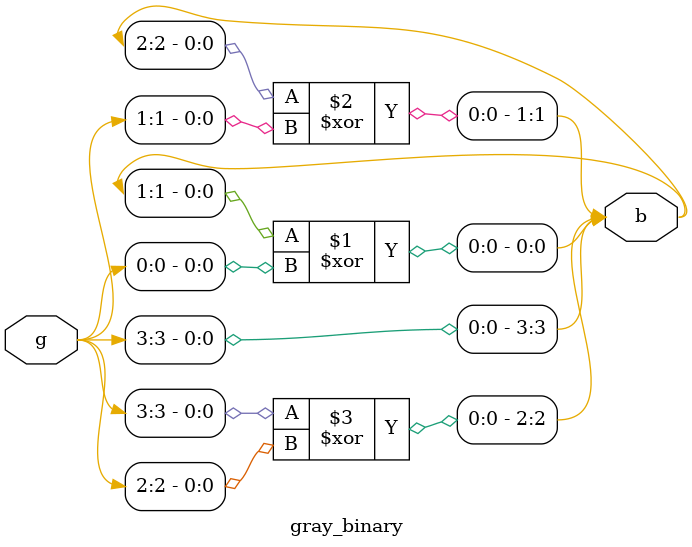
<source format=v>
module gray_binary (b,g);

  input [3:0]g;
  output [3:0]b;

 xor (b[0], b[1], g[0]);
 xor (b[1], b[2], g[1]);
 xor (b[2], b[3], g[2]); 
 buf (b[3], g[3]);

//  b[0]=b[1]^g[0];   
//  b[1]=b[2]^g[1];
//  b[2]=b[3]^g[2];
//  b[3]=g[3];


endmodule
</source>
